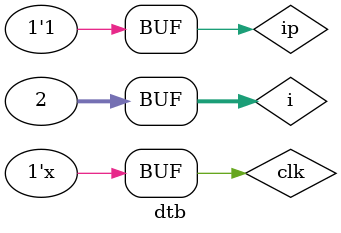
<source format=v>
module dtb();
    reg ip, clk,rst;
    wire q,qb;
    integer i;

    always #5 clk = ~clk; //so T=10

    d d1(ip,clk,rst,q,qb);

    initial begin 
        clk=0;
        #2;
        for (i =0 ;i<2 ; i=i+1) begin
            ip <= i; #10;
            
        end

    end

    initial begin
        $dumpfile("dff.vcd");
        $dumpvars();
    end



endmodule
</source>
